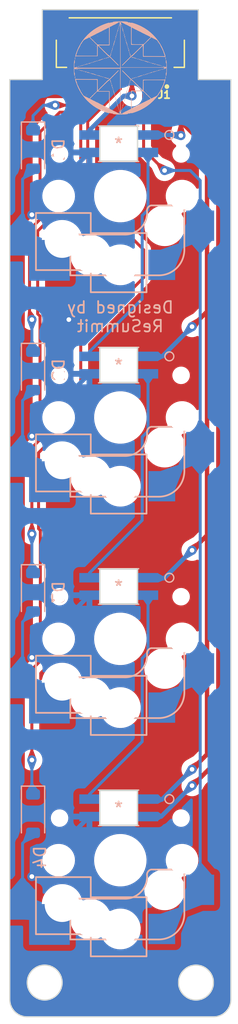
<source format=kicad_pcb>
(kicad_pcb (version 20221018) (generator pcbnew)
  (layers (0 "F.Cu" signal) (31 "B.Cu" signal) (34 "B.Paste" user) (35 "F.Paste" user) (36 "B.SilkS" user "B.Silkscreen") (37 "F.SilkS" user "F.Silkscreen") (38 "B.Mask" user) (39 "F.Mask" user) (44 "Edge.Cuts" user))
  (net 0 "")
  (net 1 "Net-(D1-A)")
  (net 2 "Net-(D2-A)")
  (net 3 "Net-(D3-A)")
  (net 4 "Net-(D4-A)")
  (net 5 "Net-(SW1B-DOUT)")
  (net 6 "GND")
  (net 7 "Net-(SW2B-DOUT)")
  (net 8 "Net-(SW3B-DOUT)")
  (net 9 "/Row1")
  (net 10 "/Row2")
  (net 11 "/Row3")
  (net 12 "/Row4")
  (net 13 "/RGB_In")
  (net 14 "/Col_In")
  (net 15 "/V+")
  (net 16 "/RGB_Out")
  (footprint "Seismos-libs:Switch_SK6812-E_Diode" (layer "F.Cu") (at 47 60)
    (fp_text reference "SW2" (at -0.142 -0.388 unlocked) (layer "F.SilkS"))
    (fp_text value "Switch_SK6812-E_Diode")
    (fp_text user "*" (at -0.15 -4.4958) (layer "B.SilkS") (effects (justify mirror)))
    (fp_rect (start -1.762 -5.9914) (end 1.478 -3.0046) (stroke (width 0.12)) (fill none) (layer "Edge.Cuts"))
    (pad "" np_thru_hole circle (at -5.3 0) (size 2.3 2.3) (drill 2.3) (layers "*.Cu" "*.Mask"))
    (pad "" np_thru_hole circle (at -5.22 -3.6158) (size 1 1) (drill 1) (layers "*.Cu" "*.Mask"))
    (pad "" np_thru_hole circle (at -5 3.8) (size 3 3) (drill 3) (layers "*.Cu" "*.Mask"))
    (pad "" np_thru_hole circle (at -2.54 5.08) (size 3 3) (drill 3) (layers "*.Cu" "*.Mask"))
    (pad "" np_thru_hole circle (at 0 0) (size 4 4) (drill 4) (layers "*.Cu" "*.Mask"))
    (pad "" np_thru_hole circle (at 0 5.9) (size 3 3) (drill 3) (layers "*.Cu" "*.Mask"))
    (pad "" np_thru_hole circle (at 3.81 2.54) (size 3 3) (drill 3) (layers "*.Cu" "*.Mask"))
    (pad "" np_thru_hole circle (at 5.22 -3.6158) (size 1 1) (drill 1) (layers "*.Cu" "*.Mask"))
    (pad "" np_thru_hole circle (at 5.3 0) (size 2.3 2.3) (drill 2.3) (layers "*.Cu" "*.Mask"))
    (pad "+1" smd rect (at 2.378 -5.2451) (size 1.75 0.8128) (layers "B.Cu" "B.Paste" "B.Mask") (net 15 "/V+"))
    (pad "CHOC1" smd rect (at -8.34 3.8) (size 2.3 2.6) (layers "B.Cu" "B.Paste" "B.Mask") (net 2 "Net-(D2-A)"))
    (pad "CHOC2" smd rect (at 3.56 5.9) (size 2.3 2.6) (layers "B.Cu" "B.Paste" "B.Mask") (net 14 "/Col_In"))
    (pad "DI1" smd rect (at -2.6519 -5.2451) (size 1.75 0.8128) (layers "B.Cu" "B.Paste" "B.Mask") (net 5 "Net-(SW1B-DOUT)"))
    (pad "DO1" smd rect (at 2.378 -3.7465) (size 1.75 0.8128) (layers "B.Cu" "B.Paste" "B.Mask") (net 7 "Net-(SW2B-DOUT)"))
    (pad "GND" smd rect (at -2.6519 -3.7465) (size 1.75 0.8128) (layers "B.Cu" "B.Paste" "B.Mask") (net 6 "GND"))
    (pad "MX1" smd rect (at -6.09 5.515) (size 3.5 3.5) (layers "B.Cu" "B.Paste" "B.Mask") (net 2 "Net-(D2-A)"))
    (pad "MX2" smd rect (at 6.86 2.54) (size 2.4 2.6) (layers "B.Cu" "B.Paste" "B.Mask") (net 14 "/Col_In"))
  )
  (footprint "Seismos-libs:Switch_SK6812-E_Diode" (layer "F.Cu") (at 47 41)
    (fp_text reference "SW1" (at -0.142 -0.388 unlocked) (layer "F.SilkS"))
    (fp_text value "Switch_SK6812-E_Diode")
    (fp_text user "*" (at -0.15 -4.4958) (layer "B.SilkS") (effects (justify mirror)))
    (fp_rect (start -1.762 -5.9914) (end 1.478 -3.0046) (stroke (width 0.12)) (fill none) (layer "Edge.Cuts"))
    (pad "" np_thru_hole circle (at -5.3 0) (size 2.3 2.3) (drill 2.3) (layers "*.Cu" "*.Mask"))
    (pad "" np_thru_hole circle (at -5.22 -3.6158) (size 1 1) (drill 1) (layers "*.Cu" "*.Mask"))
    (pad "" np_thru_hole circle (at -5 3.8) (size 3 3) (drill 3) (layers "*.Cu" "*.Mask"))
    (pad "" np_thru_hole circle (at -2.54 5.08) (size 3 3) (drill 3) (layers "*.Cu" "*.Mask"))
    (pad "" np_thru_hole circle (at 0 0) (size 4 4) (drill 4) (layers "*.Cu" "*.Mask"))
    (pad "" np_thru_hole circle (at 0 5.9) (size 3 3) (drill 3) (layers "*.Cu" "*.Mask"))
    (pad "" np_thru_hole circle (at 3.81 2.54) (size 3 3) (drill 3) (layers "*.Cu" "*.Mask"))
    (pad "" np_thru_hole circle (at 5.22 -3.6158) (size 1 1) (drill 1) (layers "*.Cu" "*.Mask"))
    (pad "" np_thru_hole circle (at 5.3 0) (size 2.3 2.3) (drill 2.3) (layers "*.Cu" "*.Mask"))
    (pad "+1" smd rect (at 2.378 -5.2451) (size 1.75 0.8128) (layers "B.Cu" "B.Paste" "B.Mask") (net 15 "/V+"))
    (pad "CHOC1" smd rect (at -8.34 3.8) (size 2.3 2.6) (layers "B.Cu" "B.Paste" "B.Mask") (net 1 "Net-(D1-A)"))
    (pad "CHOC2" smd rect (at 3.56 5.9) (size 2.3 2.6) (layers "B.Cu" "B.Paste" "B.Mask") (net 14 "/Col_In"))
    (pad "DI1" smd rect (at -2.6519 -5.2451) (size 1.75 0.8128) (layers "B.Cu" "B.Paste" "B.Mask") (net 13 "/RGB_In"))
    (pad "DO1" smd rect (at 2.378 -3.7465) (size 1.75 0.8128) (layers "B.Cu" "B.Paste" "B.Mask") (net 5 "Net-(SW1B-DOUT)"))
    (pad "GND" smd rect (at -2.6519 -3.7465) (size 1.75 0.8128) (layers "B.Cu" "B.Paste" "B.Mask") (net 6 "GND"))
    (pad "MX1" smd rect (at -6.09 5.515) (size 3.5 3.5) (layers "B.Cu" "B.Paste" "B.Mask") (net 1 "Net-(D1-A)"))
    (pad "MX2" smd rect (at 6.86 2.54) (size 2.4 2.6) (layers "B.Cu" "B.Paste" "B.Mask") (net 14 "/Col_In"))
  )
  (footprint "Seismos-libs:Switch_SK6812-E_Diode" (layer "F.Cu") (at 47 79)
    (fp_text reference "SW3" (at -0.142 -0.388 unlocked) (layer "F.SilkS"))
    (fp_text value "Switch_SK6812-E_Diode")
    (fp_text user "*" (at -0.15 -4.4958) (layer "B.SilkS") (effects (justify mirror)))
    (fp_rect (start -1.762 -5.9914) (end 1.478 -3.0046) (stroke (width 0.12)) (fill none) (layer "Edge.Cuts"))
    (pad "" np_thru_hole circle (at -5.3 0) (size 2.3 2.3) (drill 2.3) (layers "*.Cu" "*.Mask"))
    (pad "" np_thru_hole circle (at -5.22 -3.6158) (size 1 1) (drill 1) (layers "*.Cu" "*.Mask"))
    (pad "" np_thru_hole circle (at -5 3.8) (size 3 3) (drill 3) (layers "*.Cu" "*.Mask"))
    (pad "" np_thru_hole circle (at -2.54 5.08) (size 3 3) (drill 3) (layers "*.Cu" "*.Mask"))
    (pad "" np_thru_hole circle (at 0 0) (size 4 4) (drill 4) (layers "*.Cu" "*.Mask"))
    (pad "" np_thru_hole circle (at 0 5.9) (size 3 3) (drill 3) (layers "*.Cu" "*.Mask"))
    (pad "" np_thru_hole circle (at 3.81 2.54) (size 3 3) (drill 3) (layers "*.Cu" "*.Mask"))
    (pad "" np_thru_hole circle (at 5.22 -3.6158) (size 1 1) (drill 1) (layers "*.Cu" "*.Mask"))
    (pad "" np_thru_hole circle (at 5.3 0) (size 2.3 2.3) (drill 2.3) (layers "*.Cu" "*.Mask"))
    (pad "+1" smd rect (at 2.378 -5.2451) (size 1.75 0.8128) (layers "B.Cu" "B.Paste" "B.Mask") (net 15 "/V+"))
    (pad "CHOC1" smd rect (at -8.34 3.8) (size 2.3 2.6) (layers "B.Cu" "B.Paste" "B.Mask") (net 3 "Net-(D3-A)"))
    (pad "CHOC2" smd rect (at 3.56 5.9) (size 2.3 2.6) (layers "B.Cu" "B.Paste" "B.Mask") (net 14 "/Col_In"))
    (pad "DI1" smd rect (at -2.6519 -5.2451) (size 1.75 0.8128) (layers "B.Cu" "B.Paste" "B.Mask") (net 7 "Net-(SW2B-DOUT)"))
    (pad "DO1" smd rect (at 2.378 -3.7465) (size 1.75 0.8128) (layers "B.Cu" "B.Paste" "B.Mask") (net 8 "Net-(SW3B-DOUT)"))
    (pad "GND" smd rect (at -2.6519 -3.7465) (size 1.75 0.8128) (layers "B.Cu" "B.Paste" "B.Mask") (net 6 "GND"))
    (pad "MX1" smd rect (at -6.09 5.515) (size 3.5 3.5) (layers "B.Cu" "B.Paste" "B.Mask") (net 3 "Net-(D3-A)"))
    (pad "MX2" smd rect (at 6.86 2.54) (size 2.4 2.6) (layers "B.Cu" "B.Paste" "B.Mask") (net 14 "/Col_In"))
  )
  (footprint "Seismos-libs:Switch_SK6812-E_Diode" (layer "F.Cu") (at 47 98)
    (fp_text reference "SW4" (at -0.142 -0.388 unlocked) (layer "F.SilkS"))
    (fp_text value "Switch_SK6812-E_Diode")
    (fp_text user "*" (at -0.15 -4.4958) (layer "B.SilkS") (effects (justify mirror)))
    (fp_rect (start -1.762 -5.9914) (end 1.478 -3.0046) (stroke (width 0.12)) (fill none) (layer "Edge.Cuts"))
    (pad "" np_thru_hole circle (at -5.3 0) (size 2.3 2.3) (drill 2.3) (layers "*.Cu" "*.Mask"))
    (pad "" np_thru_hole circle (at -5.22 -3.6158) (size 1 1) (drill 1) (layers "*.Cu" "*.Mask"))
    (pad "" np_thru_hole circle (at -5 3.8) (size 3 3) (drill 3) (layers "*.Cu" "*.Mask"))
    (pad "" np_thru_hole circle (at -2.54 5.08) (size 3 3) (drill 3) (layers "*.Cu" "*.Mask"))
    (pad "" np_thru_hole circle (at 0 0) (size 4 4) (drill 4) (layers "*.Cu" "*.Mask"))
    (pad "" np_thru_hole circle (at 0 5.9) (size 3 3) (drill 3) (layers "*.Cu" "*.Mask"))
    (pad "" np_thru_hole circle (at 3.81 2.54) (size 3 3) (drill 3) (layers "*.Cu" "*.Mask"))
    (pad "" np_thru_hole circle (at 5.22 -3.6158) (size 1 1) (drill 1) (layers "*.Cu" "*.Mask"))
    (pad "" np_thru_hole circle (at 5.3 0) (size 2.3 2.3) (drill 2.3) (layers "*.Cu" "*.Mask"))
    (pad "+1" smd rect (at 2.378 -5.2451) (size 1.75 0.8128) (layers "B.Cu" "B.Paste" "B.Mask") (net 15 "/V+"))
    (pad "CHOC1" smd rect (at -8.34 3.8) (size 2.3 2.6) (layers "B.Cu" "B.Paste" "B.Mask") (net 4 "Net-(D4-A)"))
    (pad "CHOC2" smd rect (at 3.56 5.9) (size 2.3 2.6) (layers "B.Cu" "B.Paste" "B.Mask") (net 14 "/Col_In"))
    (pad "DI1" smd rect (at -2.6519 -5.2451) (size 1.75 0.8128) (layers "B.Cu" "B.Paste" "B.Mask") (net 8 "Net-(SW3B-DOUT)"))
    (pad "DO1" smd rect (at 2.378 -3.7465) (size 1.75 0.8128) (layers "B.Cu" "B.Paste" "B.Mask") (net 16 "/RGB_Out"))
    (pad "GND" smd rect (at -2.6519 -3.7465) (size 1.75 0.8128) (layers "B.Cu" "B.Paste" "B.Mask") (net 6 "GND"))
    (pad "MX1" smd rect (at -6.09 5.515) (size 3.5 3.5) (layers "B.Cu" "B.Paste" "B.Mask") (net 4 "Net-(D4-A)"))
    (pad "MX2" smd rect (at 6.86 2.54) (size 2.4 2.6) (layers "B.Cu" "B.Paste" "B.Mask") (net 14 "/Col_In"))
  )
  (footprint "Seismos-libs:JST_SM09B-SRSS-TB(LF)(SN)" (layer "F.Cu") (at 47 26.4 180)
    (fp_text reference "J1" (at -3.768 -5.9064 180) (layer "F.SilkS") (effects (font (size 0.64 0.64))))
    (fp_text value "SM09B-SRSS-TB(LF)(SN)")
    (pad "1" smd rect (at -4 -3.875 270) (size 1.55 0.6) (layers "F.Cu" "F.Paste" "F.Mask") (net 16 "/RGB_Out"))
    (pad "2" smd rect (at -3 -3.875 270) (size 1.55 0.6) (layers "F.Cu" "F.Paste" "F.Mask") (net 15 "/V+"))
    (pad "3" smd rect (at -2 -3.875 270) (size 1.55 0.6) (layers "F.Cu" "F.Paste" "F.Mask") (net 14 "/Col_In"))
    (pad "4" smd rect (at -1 -3.875 270) (size 1.55 0.6) (layers "F.Cu" "F.Paste" "F.Mask") (net 13 "/RGB_In"))
    (pad "5" smd rect (at 0 -3.875 270) (size 1.55 0.6) (layers "F.Cu" "F.Paste" "F.Mask") (net 12 "/Row4"))
    (pad "6" smd rect (at 1 -3.875 270) (size 1.55 0.6) (layers "F.Cu" "F.Paste" "F.Mask") (net 11 "/Row3"))
    (pad "7" smd rect (at 2 -3.875 270) (size 1.55 0.6) (layers "F.Cu" "F.Paste" "F.Mask") (net 10 "/Row2"))
    (pad "8" smd rect (at 3 -3.875 270) (size 1.55 0.6) (layers "F.Cu" "F.Paste" "F.Mask") (net 9 "/Row1"))
    (pad "9" smd rect (at 4 -3.875 270) (size 1.55 0.6) (layers "F.Cu" "F.Paste" "F.Mask") (net 6 "GND"))
    (pad "S1" smd rect (at -5.3 0 270) (size 1.8 1.2) (layers "F.Cu" "F.Paste" "F.Mask") (net 6 "GND"))
    (pad "S2" smd rect (at 5.3 0 270) (size 1.8 1.2) (layers "F.Cu" "F.Paste" "F.Mask") (net 6 "GND"))
  )
  (footprint "Diode_SMD:D_SOD-123" (layer "B.Cu") (at 39.5 56 -90)
    (fp_text reference "D2" (at -0.08 -2.2 -270) (layer "B.SilkS") (effects (justify mirror)))
    (fp_text value "1N4148W" hide)
    (pad "1" smd roundrect (at -1.65 0 270) (size 0.9 1.2) (layers "B.Cu" "B.Paste" "B.Mask") (net 10 "/Row2"))
    (pad "2" smd roundrect (at 1.65 0 270) (size 0.9 1.2) (layers "B.Cu" "B.Paste" "B.Mask") (net 2 "Net-(D2-A)"))
  )
  (footprint "Diode_SMD:D_SOD-123" (layer "B.Cu") (at 39.5 94 -90)
    (fp_text reference "D4" (at 3.75 -0.6 -270) (layer "B.SilkS") (effects (justify mirror)))
    (fp_text value "1N4148W" hide)
    (pad "1" smd roundrect (at -1.65 0 270) (size 0.9 1.2) (layers "B.Cu" "B.Paste" "B.Mask") (net 12 "/Row4"))
    (pad "2" smd roundrect (at 1.65 0 270) (size 0.9 1.2) (layers "B.Cu" "B.Paste" "B.Mask") (net 4 "Net-(D4-A)"))
  )
  (footprint "Diode_SMD:D_SOD-123" (layer "B.Cu") (at 39.5 37 -90)
    (fp_text reference "D1" (at 0.02 -2.19 -270) (layer "B.SilkS") (effects (justify mirror)))
    (fp_text value "1N4148W" hide)
    (pad "1" smd roundrect (at -1.65 0 270) (size 0.9 1.2) (layers "B.Cu" "B.Paste" "B.Mask") (net 9 "/Row1"))
    (pad "2" smd roundrect (at 1.65 0 270) (size 0.9 1.2) (layers "B.Cu" "B.Paste" "B.Mask") (net 1 "Net-(D1-A)"))
  )
  (footprint "Seismos-libs:ReSummit_Logo" (layer "B.Cu") (at 47 30 180)
    (fp_text reference "G***" hide)
    (fp_text value "LOGO" hide)
  )
  (footprint "Diode_SMD:D_SOD-123" (layer "B.Cu") (at 39.5 75 -90)
    (fp_text reference "D3" (at 0.02 -2.2 -270) (layer "B.SilkS") (effects (justify mirror)))
    (fp_text value "1N4148W" hide)
    (pad "1" smd roundrect (at -1.65 0 270) (size 0.9 1.2) (layers "B.Cu" "B.Paste" "B.Mask") (net 11 "/Row3"))
    (pad "2" smd roundrect (at 1.65 0 270) (size 0.9 1.2) (layers "B.Cu" "B.Paste" "B.Mask") (net 3 "Net-(D3-A)"))
  )
  (gr_line (start 37.5 109.93934) (end 37.5 31) (stroke (width 0.1)) (layer "Edge.Cuts"))
  (gr_line (start 55 111.43934) (end 39 111.43934) (stroke (width 0.1)) (layer "Edge.Cuts"))
  (gr_arc (start 39 111.43934) (mid 37.93934 111) (end 37.5 109.93934) (stroke (width 0.1)) (layer "Edge.Cuts"))
  (gr_line locked (start 40.3 25) (end 40.3 31) (stroke (width 0.1)) (layer "Edge.Cuts"))
  (gr_line (start 37.5 31) (end 40.3 31) (stroke (width 0.1)) (layer "Edge.Cuts"))
  (gr_circle (center 53.5 108.5) (end 55 108.5) (stroke (width 0.1)) (fill none) (layer "Edge.Cuts"))
  (gr_line (start 56.5 31) (end 53.7 31) (stroke (width 0.1)) (layer "Edge.Cuts"))
  (gr_arc (start 56.5 109.93934) (mid 56.06066 111) (end 55 111.43934) (stroke (width 0.1)) (layer "Edge.Cuts"))
  (gr_line (start 56.5 31) (end 56.5 109.93934) (stroke (width 0.1)) (layer "Edge.Cuts"))
  (gr_line (start 53.7 31) (end 53.7 25) (stroke (width 0.1)) (layer "Edge.Cuts"))
  (gr_circle (center 40.5 108.5) (end 42 108.5) (stroke (width 0.1)) (fill none) (layer "Edge.Cuts"))
  (gr_line (start 40.3 25) (end 53.7 25) (stroke (width 0.1)) (layer "Edge.Cuts"))
  (gr_text "Designed by\nReSummit" (at 47 52.75) (layer "B.SilkS") (effects (font (size 1 1)) (justify bottom mirror)))
  (segment (start 38.6 39.55) (end 38.6 44.205) (width 0.254) (layer "B.Cu") (net 1))
  (segment (start 39.5 38.65) (end 38.6 39.55) (width 0.254) (layer "B.Cu") (net 1))
  (segment (start 38.6 44.205) (end 40.91 46.515) (width 0.254) (layer "B.Cu") (net 1))
  (segment (start 38.6 58.55) (end 38.6 63.205) (width 0.254) (layer "B.Cu") (net 2))
  (segment (start 38.6 63.205) (end 40.91 65.515) (width 0.254) (layer "B.Cu") (net 2))
  (segment (start 39.5 57.65) (end 38.6 58.55) (width 0.254) (layer "B.Cu") (net 2))
  (segment (start 39.5 76.65) (end 38.6 77.55) (width 0.254) (layer "B.Cu") (net 3))
  (segment (start 38.6 77.55) (end 38.6 82.205) (width 0.254) (layer "B.Cu") (net 3))
  (segment (start 38.6 82.205) (end 40.91 84.515) (width 0.254) (layer "B.Cu") (net 3))
  (segment (start 38.6 101.205) (end 40.91 103.515) (width 0.254) (layer "B.Cu") (net 4))
  (segment (start 38.6 96.55) (end 38.6 101.205) (width 0.254) (layer "B.Cu") (net 4))
  (segment (start 39.5 95.65) (end 38.6 96.55) (width 0.254) (layer "B.Cu") (net 4))
  (segment (start 49.378 42.172) (end 48.877 42.673) (width 0.254) (layer "B.Cu") (net 5))
  (segment (start 49.378 37.2535) (end 49.378 42.172) (width 0.254) (layer "B.Cu") (net 5))
  (segment (start 44.3481 54.3485) (end 44.3481 54.7549) (width 0.254) (layer "B.Cu") (net 5))
  (segment (start 48.877 42.673) (end 48.877 49.8196) (width 0.254) (layer "B.Cu") (net 5))
  (segment (start 48.877 49.8196) (end 44.3481 54.3485) (width 0.254) (layer "B.Cu") (net 5))
  (segment (start 43 30.875) (end 43 29.8) (width 0.381) (layer "F.Cu") (net 6))
  (segment (start 39.4 42.6) (end 39.4 41.8) (width 0.381) (layer "F.Cu") (net 6))
  (segment (start 39.4 98.6) (end 38.6 97.8) (width 0.381) (layer "F.Cu") (net 6))
  (segment (start 39.4 80.6) (end 39.4 79.6) (width 0.381) (layer "F.Cu") (net 6))
  (segment (start 43 30.875) (end 43 28.3) (width 0.381) (layer "F.Cu") (net 6))
  (segment (start 38.6 60) (end 38.6 77.45) (width 0.381) (layer "F.Cu") (net 6))
  (segment (start 38.6 77.45) (end 38.6 78.8) (width 0.381) (layer "F.Cu") (net 6))
  (segment (start 42.4 32.4) (end 40 32.4) (width 0.381) (layer "F.Cu") (net 6))
  (segment (start 39.4 41.8) (end 38.6 41) (width 0.381) (layer "F.Cu") (net 6))
  (segment (start 38.6 97.8) (end 38.6 78.8) (width 0.381) (layer "F.Cu") (net 6))
  (segment (start 39.4 79.6) (end 38.6 78.8) (width 0.381) (layer "F.Cu") (net 6))
  (segment (start 43 31.8) (end 42.4 32.4) (width 0.381) (layer "F.Cu") (net 6))
  (segment (start 39.4 60.8) (end 38.6 60) (width 0.381) (layer "F.Cu") (net 6))
  (segment (start 43 30.875) (end 43 31.8) (width 0.381) (layer "F.Cu") (net 6))
  (segment (start 38.6 41) (end 38.6 60) (width 0.381) (layer "F.Cu") (net 6))
  (segment (start 43 29.8) (end 45.8 27) (width 0.381) (layer "F.Cu") (net 6))
  (segment (start 40 32.4) (end 38.6 33.8) (width 0.381) (layer "F.Cu") (net 6))
  (segment (start 39.4 61.6) (end 39.4 60.8) (width 0.381) (layer "F.Cu") (net 6))
  (segment (start 45.8 27) (end 52.3 27) (width 0.381) (layer "F.Cu") (net 6))
  (segment (start 39.4 99.4) (end 39.4 98.6) (width 0.381) (layer "F.Cu") (net 6))
  (segment (start 43 28.3) (end 41.7 27) (width 0.381) (layer "F.Cu") (net 6))
  (segment (start 38.6 33.8) (end 38.6 41) (width 0.381) (layer "F.Cu") (net 6))
  (via (at 42.575 51.6) (size 0.8) (drill 0.4) (layers "F.Cu" "B.Cu") (net 6))
  (via (at 39.4 42.6) (size 0.8) (drill 0.4) (layers "F.Cu" "B.Cu") (net 6))
  (via (at 39.4 61.6) (size 0.8) (drill 0.4) (layers "F.Cu" "B.Cu") (net 6))
  (via (at 39.4 80.6) (size 0.8) (drill 0.4) (layers "F.Cu" "B.Cu") (net 6))
  (via (at 39.4 99.4) (size 0.8) (drill 0.4) (layers "F.Cu" "B.Cu") (net 6))
  (segment (start 42.5766 39.025) (end 41.05 39.025) (width 0.381) (layer "B.Cu") (net 6))
  (segment (start 41.05 77.025) (end 39.4 78.675) (width 0.381) (layer "B.Cu") (net 6))
  (segment (start 39.4 97.675) (end 39.4 99.4) (width 0.381) (layer "B.Cu") (net 6))
  (segment (start 44.3481 37.2535) (end 42.5766 39.025) (width 0.381) (layer "B.Cu") (net 6))
  (segment (start 39.4 59.675) (end 39.4 61.4) (width 0.381) (layer "B.Cu") (net 6))
  (segment (start 41.05 96.025) (end 39.4 97.675) (width 0.381) (layer "B.Cu") (net 6))
  (segment (start 39.4 40.675) (end 39.4 42.4) (width 0.381) (layer "B.Cu") (net 6))
  (segment (start 41.05 58.025) (end 39.4 59.675) (width 0.381) (layer "B.Cu") (net 6))
  (segment (start 42.5766 58.025) (end 41.05 58.025) (width 0.381) (layer "B.Cu") (net 6))
  (segment (start 44.3481 94.2535) (end 42.5766 96.025) (width 0.381) (layer "B.Cu") (net 6))
  (segment (start 41.05 39.025) (end 39.4 40.675) (width 0.381) (layer "B.Cu") (net 6))
  (segment (start 42.5766 96.025) (end 41.05 96.025) (width 0.381) (layer "B.Cu") (net 6))
  (segment (start 42.5766 77.025) (end 41.05 77.025) (width 0.381) (layer "B.Cu") (net 6))
  (segment (start 39.4 78.675) (end 39.4 80.4) (width 0.381) (layer "B.Cu") (net 6))
  (segment (start 44.3481 56.2535) (end 42.5766 58.025) (width 0.381) (layer "B.Cu") (net 6))
  (segment (start 44.3481 75.2535) (end 42.5766 77.025) (width 0.381) (layer "B.Cu") (net 6))
  (segment (start 44.3481 73.3485) (end 44.3481 73.7549) (width 0.254) (layer "B.Cu") (net 7))
  (segment (start 49.378 56.2535) (end 49.378 61.172) (width 0.254) (layer "B.Cu") (net 7))
  (segment (start 49.378 61.172) (end 48.877 61.673) (width 0.254) (layer "B.Cu") (net 7))
  (segment (start 48.877 61.673) (end 48.877 68.8196) (width 0.254) (layer "B.Cu") (net 7))
  (segment (start 48.877 68.8196) (end 44.3481 73.3485) (width 0.254) (layer "B.Cu") (net 7))
  (segment (start 44.3481 92.3485) (end 44.3481 92.7549) (width 0.254) (layer "B.Cu") (net 8))
  (segment (start 48.877 80.673) (end 48.877 87.8196) (width 0.254) (layer "B.Cu") (net 8))
  (segment (start 48.877 87.8196) (end 44.3481 92.3485) (width 0.254) (layer "B.Cu") (net 8))
  (segment (start 49.378 80.172) (end 48.877 80.673) (width 0.254) (layer "B.Cu") (net 8))
  (segment (start 49.378 75.2535) (end 49.378 80.172) (width 0.254) (layer "B.Cu") (net 8))
  (segment (start 42.65 33.2) (end 44 31.85) (width 0.254) (layer "F.Cu") (net 9))
  (segment (start 41.4 33.2) (end 42.65 33.2) (width 0.254) (layer "F.Cu") (net 9))
  (segment (start 44 31.85) (end 44 30.875) (width 0.254) (layer "F.Cu") (net 9))
  (via (at 41.4 33.2) (size 0.8) (drill 0.4) (layers "F.Cu" "B.Cu") (net 9))
  (segment (start 41.4 33.2) (end 40.4 33.2) (width 0.254) (layer "B.Cu") (net 9))
  (segment (start 40.4 33.2) (end 39.5 34.1) (width 0.254) (layer "B.Cu") (net 9))
  (segment (start 39.5 34.1) (end 39.5 35.35) (width 0.254) (layer "B.Cu") (net 9))
  (segment (start 45 31.85) (end 43.05 33.8) (width 0.254) (layer "F.Cu") (net 10))
  (segment (start 40.1 35.5) (end 40.1 43) (width 0.254) (layer "F.Cu") (net 10))
  (segment (start 39.2 51.4) (end 39.4 51.6) (width 0.254) (layer "F.Cu") (net 10))
  (segment (start 43.05 33.8) (end 41.8 33.8) (width 0.254) (layer "F.Cu") (net 10))
  (segment (start 39.2 43.9) (end 39.2 51.4) (width 0.254) (layer "F.Cu") (net 10))
  (segment (start 40.1 43) (end 39.2 43.9) (width 0.254) (layer "F.Cu") (net 10))
  (segment (start 41.8 33.8) (end 40.1 35.5) (width 0.254) (layer "F.Cu") (net 10))
  (segment (start 45 30.875) (end 45 31.85) (width 0.254) (layer "F.Cu") (net 10))
  (via (at 39.4 51.6) (size 0.8) (drill 0.4) (layers "F.Cu" "B.Cu") (net 10))
  (segment (start 39.4 51.6) (end 39.4 54.25) (width 0.254) (layer "B.Cu") (net 10))
  (segment (start 39.4 54.25) (end 39.5 54.35) (width 0.254) (layer "B.Cu") (net 10))
  (segment (start 43.6 42) (end 42.9 42.7) (width 0.254) (layer "F.Cu") (net 11))
  (segment (start 42.9 42.7) (end 41.2 42.7) (width 0.254) (layer "F.Cu") (net 11))
  (segment (start 43.6 34.25) (end 43.6 42) (width 0.254) (layer "F.Cu") (net 11))
  (segment (start 41.2 42.7) (end 39.9 44) (width 0.254) (layer "F.Cu") (net 11))
  (segment (start 46 31.85) (end 43.6 34.25) (width 0.254) (layer "F.Cu") (net 11))
  (segment (start 39.9 44) (end 39.9 51.11005) (width 0.254) (layer "F.Cu") (net 11))
  (segment (start 40.1 51.31005) (end 40.1 61.9) (width 0.254) (layer "F.Cu") (net 11))
  (segment (start 39.9 51.11005) (end 40.1 51.31005) (width 0.254) (layer "F.Cu") (net 11))
  (segment (start 40.1 61.9) (end 39.4 62.6) (width 0.254) (layer "F.Cu") (net 11))
  (segment (start 46 30.875) (end 46 31.85) (width 0.254) (layer "F.Cu") (net 11))
  (segment (start 39.4 62.6) (end 39.4 70) (width 0.254) (layer "F.Cu") (net 11))
  (via (at 39.4 70) (size 0.8) (drill 0.4) (layers "F.Cu" "B.Cu") (net 11))
  (segment (start 39.4 73.25) (end 39.5 73.35) (width 0.254) (layer "B.Cu") (net 11))
  (segment (start 39.4 70) (end 39.4 73.25) (width 0.254) (layer "B.Cu") (net 11))
  (segment (start 43.6 60.6) (end 42.4 61.8) (width 0.254) (layer "F.Cu") (net 12))
  (segment (start 44.2 42.6) (end 45.8 44.2) (width 0.254) (layer "F.Cu") (net 12))
  (segment (start 40.127 69.698866) (end 40.127 80.901134) (width 0.254) (layer "F.Cu") (net 12))
  (segment (start 47 30.875) (end 47 31.8) (width 0.254) (layer "F.Cu") (net 12))
  (segment (start 49 45.6) (end 49 48) (width 0.254) (layer "F.Cu") (net 12))
  (segment (start 44.2 34.6) (end 44.2 42.6) (width 0.254) (layer "F.Cu") (net 12))
  (segment (start 41.2 61.8) (end 39.975 63.025) (width 0.254) (layer "F.Cu") (net 12))
  (segment (start 47 31.8) (end 44.2 34.6) (width 0.254) (layer "F.Cu") (net 12))
  (segment (start 45.8 44.2) (end 47.6 44.2) (width 0.254) (layer "F.Cu") (net 12))
  (segment (start 47.6 44.2) (end 49 45.6) (width 0.254) (layer "F.Cu") (net 12))
  (segment (start 40.127 80.901134) (end 39.4 81.628134) (width 0.254) (layer "F.Cu") (net 12))
  (segment (start 43.6 53.4) (end 43.6 60.6) (width 0.254) (layer "F.Cu") (net 12))
  (segment (start 42.4 61.8) (end 41.2 61.8) (width 0.254) (layer "F.Cu") (net 12))
  (segment (start 49 48) (end 43.6 53.4) (width 0.254) (layer "F.Cu") (net 12))
  (segment (start 39.4 81.628134) (end 39.4 89.4) (width 0.254) (layer "F.Cu") (net 12))
  (segment (start 39.975 69.546866) (end 40.127 69.698866) (width 0.254) (layer "F.Cu") (net 12))
  (segment (start 39.975 63.025) (end 39.975 69.546866) (width 0.254) (layer "F.Cu") (net 12))
  (via (at 39.4 89.4) (size 0.8) (drill 0.4) (layers "F.Cu" "B.Cu") (net 12))
  (segment (start 39.4 89.4) (end 39.4 92.25) (width 0.254) (layer "B.Cu") (net 12))
  (segment (start 39.4 92.25) (end 39.5 92.35) (width 0.254) (layer "B.Cu") (net 12))
  (segment (start 48 30.275) (end 48 32.4) (width 0.381) (layer "F.Cu") (net 13))
  (via (at 48 32.4) (size 0.8) (drill 0.4) (layers "F.Cu" "B.Cu") (net 13))
  (segment (start 47.2966 32.4) (end 44.3481 35.3485) (width 0.381) (layer "B.Cu") (net 13))
  (segment (start 48 32.4) (end 47.703 32.4) (width 0.381) (layer "B.Cu") (net 13))
  (segment (start 48 32.4) (end 47.2966 32.4) (width 0.381) (layer "B.Cu") (net 13))
  (segment (start 44.3481 35.3485) (end 44.3481 35.7549) (width 0.381) (layer "B.Cu") (net 13))
  (segment (start 49 30.875) (end 49 37) (width 0.254) (layer "F.Cu") (net 14))
  (segment (start 49 37) (end 50.8 38.8) (width 0.254) (layer "F.Cu") (net 14))
  (via (at 50.8 38.8) (size 0.8) (drill 0.4) (layers "F.Cu" "B.Cu") (net 14))
  (segment (start 53.86 62.54) (end 53.86 81.54) (width 0.254) (layer "B.Cu") (net 14))
  (segment (start 53.86 100.6) (end 50.56 103.9) (width 0.254) (layer "B.Cu") (net 14))
  (segment (start 53.86 43.54) (end 53.86 62.54) (width 0.254) (layer "B.Cu") (net 14))
  (segment (start 53.86 62.6) (end 50.56 65.9) (width 0.254) (layer "B.Cu") (net 14))
  (segment (start 53.86 81.6) (end 50.56 84.9) (width 0.254) (layer "B.Cu") (net 14))
  (segment (start 50.8 38.8) (end 53 38.8) (width 0.254) (layer "B.Cu") (net 14))
  (segment (start 53.86 39.66) (end 53.86 43.54) (width 0.254) (layer "B.Cu") (net 14))
  (segment (start 53.86 43.6) (end 50.56 46.9) (width 0.254) (layer "B.Cu") (net 14))
  (segment (start 53 38.8) (end 53.86 39.66) (width 0.254) (layer "B.Cu") (net 14))
  (segment (start 53.86 100.54) (end 53.86 81.54) (width 0.254) (layer "B.Cu") (net 14))
  (segment (start 53.86 100.54) (end 53.86 100.6) (width 0.254) (layer "B.Cu") (net 14))
  (segment (start 53.86 81.54) (end 53.86 81.6) (width 0.254) (layer "B.Cu") (net 14))
  (segment (start 54.45 36.85) (end 54.45 88.9105) (width 0.381) (layer "F.Cu") (net 15))
  (segment (start 52.2 34.6) (end 54.45 36.85) (width 0.381) (layer "F.Cu") (net 15))
  (segment (start 52.2 34.6) (end 52.2 35.8) (width 0.381) (layer "F.Cu") (net 15))
  (segment (start 54.45 70.1105) (end 53.1605 71.4) (width 0.381) (layer "F.Cu") (net 15))
  (segment (start 50 32.4) (end 52.2 34.6) (width 0.381) (layer "F.Cu") (net 15))
  (segment (start 53.1605 52.2) (end 54.45 50.9105) (width 0.381) (layer "F.Cu") (net 15))
  (segment (start 54.45 88.9105) (end 53.1605 90.2) (width 0.381) (layer "F.Cu") (net 15))
  (segment (start 50 30.875) (end 50 32.4) (width 0.381) (layer "F.Cu") (net 15))
  (via (at 53.1605 90.2) (size 0.8) (drill 0.4) (layers "F.Cu" "B.Cu") (net 15))
  (via (at 52.2 35.8) (size 0.8) (drill 0.4) (layers "F.Cu" "B.Cu") (net 15))
  (via (at 53.1605 52.2) (size 0.8) (drill 0.4) (layers "F.Cu" "B.Cu") (net 15))
  (via (at 53.1605 71.4) (size 0.8) (drill 0.4) (layers "F.Cu" "B.Cu") (net 15))
  (segment (start 52.1549 35.7549) (end 49.378 35.7549) (width 0.381) (layer "B.Cu") (net 15))
  (segment (start 50.7605 73.8) (end 49.4 73.8) (width 0.381) (layer "B.Cu") (net 15))
  (segment (start 50.6056 54.7549) (end 49.378 54.7549) (width 0.381) (layer "B.Cu") (net 15))
  (segment (start 52.2 35.8) (end 52.1549 35.7549) (width 0.381) (layer "B.Cu") (net 15))
  (segment (start 53.1605 52.2) (end 50.6056 54.7549) (width 0.381) (layer "B.Cu") (net 15))
  (segment (start 50.5605 92.8) (end 49.4 92.8) (width 0.381) (layer "B.Cu") (net 15))
  (segment (start 53.1605 71.4) (end 50.7605 73.8) (width 0.381) (layer "B.Cu") (net 15))
  (segment (start 53.1605 90.2) (end 50.5605 92.8) (width 0.381) (layer "B.Cu") (net 15))
  (segment (start 55.425 89.375) (end 55.425 35.3) (width 0.381) (layer "F.Cu") (net 16))
  (segment (start 55.425 35.3) (end 51 30.875) (width 0.381) (layer "F.Cu") (net 16))
  (segment (start 53.1605 91.6) (end 53.2 91.6) (width 0.381) (layer "F.Cu") (net 16))
  (segment (start 53.2 91.6) (end 55.425 89.375) (width 0.381) (layer "F.Cu") (net 16))
  (via (at 53.1605 91.6) (size 0.8) (drill 0.4) (layers "F.Cu" "B.Cu") (net 16))
  (segment (start 53.1605 91.6) (end 50.507 94.2535) (width 0.381) (layer "B.Cu") (net 16))
  (segment (start 50.507 94.2535) (end 49.378 94.2535) (width 0.381) (layer "B.Cu") (net 16))
  (zone (net 6) (net_name "GND") (layers "F&B.Cu") (connect_pads (clearance 0.508)) (min_thickness 0.25) (fill yes (thermal_gap 0.5) (thermal_bridge_width 0.5))
    (polygon (pts (xy 37.35 24.95) (xy 37.025 112.075) (xy 57.125 111.925) (xy 56.625 24.8)))
  )
)
</source>
